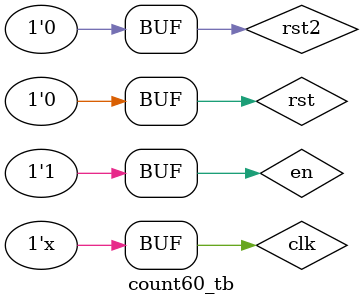
<source format=v>
`timescale 1ns / 1ps


module count60_tb(

    );
    reg rst;
    reg rst2;
    reg clk;
    reg en;
    wire [3:0] count;
    wire [3:0] count2;
    reg [5:0] count3;
    wire co;
    initial begin
        rst = 0;
        clk = 0;
        en = 0;
        #100
        rst = 1;
        rst2=1;
        #40
        rst = 0;
        en = 1;
        #250
        rst2=0;
        
    end
    
    always #10 clk = ~clk;
    count_60 count10(rst,rst2,clk,en,count,count2,co);
   always @ (posedge clk) begin
   count3 <= count2 * 4'd10+count;
   end   
     
endmodule

</source>
